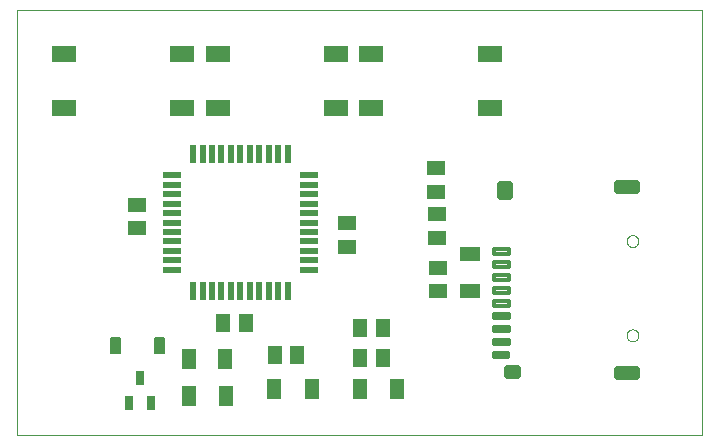
<source format=gtp>
G75*
%MOIN*%
%OFA0B0*%
%FSLAX25Y25*%
%IPPOS*%
%LPD*%
%AMOC8*
5,1,8,0,0,1.08239X$1,22.5*
%
%ADD10C,0.00000*%
%ADD11R,0.05118X0.05906*%
%ADD12R,0.05906X0.01969*%
%ADD13R,0.01969X0.05906*%
%ADD14R,0.06299X0.05118*%
%ADD15C,0.00540*%
%ADD16R,0.05000X0.07000*%
%ADD17R,0.05118X0.07087*%
%ADD18R,0.05906X0.05118*%
%ADD19R,0.07087X0.05118*%
%ADD20R,0.08268X0.05512*%
%ADD21C,0.01378*%
%ADD22C,0.02756*%
%ADD23C,0.02362*%
%ADD24R,0.05118X0.06299*%
%ADD25R,0.02559X0.04921*%
D10*
X0001200Y0026800D02*
X0001200Y0168532D01*
X0229546Y0168532D01*
X0229546Y0026800D01*
X0001200Y0026800D01*
X0204349Y0060147D02*
X0204351Y0060235D01*
X0204357Y0060323D01*
X0204367Y0060411D01*
X0204381Y0060499D01*
X0204398Y0060585D01*
X0204420Y0060671D01*
X0204445Y0060755D01*
X0204475Y0060839D01*
X0204507Y0060921D01*
X0204544Y0061001D01*
X0204584Y0061080D01*
X0204628Y0061157D01*
X0204675Y0061232D01*
X0204725Y0061304D01*
X0204779Y0061375D01*
X0204835Y0061442D01*
X0204895Y0061508D01*
X0204957Y0061570D01*
X0205023Y0061630D01*
X0205090Y0061686D01*
X0205161Y0061740D01*
X0205233Y0061790D01*
X0205308Y0061837D01*
X0205385Y0061881D01*
X0205464Y0061921D01*
X0205544Y0061958D01*
X0205626Y0061990D01*
X0205710Y0062020D01*
X0205794Y0062045D01*
X0205880Y0062067D01*
X0205966Y0062084D01*
X0206054Y0062098D01*
X0206142Y0062108D01*
X0206230Y0062114D01*
X0206318Y0062116D01*
X0206406Y0062114D01*
X0206494Y0062108D01*
X0206582Y0062098D01*
X0206670Y0062084D01*
X0206756Y0062067D01*
X0206842Y0062045D01*
X0206926Y0062020D01*
X0207010Y0061990D01*
X0207092Y0061958D01*
X0207172Y0061921D01*
X0207251Y0061881D01*
X0207328Y0061837D01*
X0207403Y0061790D01*
X0207475Y0061740D01*
X0207546Y0061686D01*
X0207613Y0061630D01*
X0207679Y0061570D01*
X0207741Y0061508D01*
X0207801Y0061442D01*
X0207857Y0061375D01*
X0207911Y0061304D01*
X0207961Y0061232D01*
X0208008Y0061157D01*
X0208052Y0061080D01*
X0208092Y0061001D01*
X0208129Y0060921D01*
X0208161Y0060839D01*
X0208191Y0060755D01*
X0208216Y0060671D01*
X0208238Y0060585D01*
X0208255Y0060499D01*
X0208269Y0060411D01*
X0208279Y0060323D01*
X0208285Y0060235D01*
X0208287Y0060147D01*
X0208285Y0060059D01*
X0208279Y0059971D01*
X0208269Y0059883D01*
X0208255Y0059795D01*
X0208238Y0059709D01*
X0208216Y0059623D01*
X0208191Y0059539D01*
X0208161Y0059455D01*
X0208129Y0059373D01*
X0208092Y0059293D01*
X0208052Y0059214D01*
X0208008Y0059137D01*
X0207961Y0059062D01*
X0207911Y0058990D01*
X0207857Y0058919D01*
X0207801Y0058852D01*
X0207741Y0058786D01*
X0207679Y0058724D01*
X0207613Y0058664D01*
X0207546Y0058608D01*
X0207475Y0058554D01*
X0207403Y0058504D01*
X0207328Y0058457D01*
X0207251Y0058413D01*
X0207172Y0058373D01*
X0207092Y0058336D01*
X0207010Y0058304D01*
X0206926Y0058274D01*
X0206842Y0058249D01*
X0206756Y0058227D01*
X0206670Y0058210D01*
X0206582Y0058196D01*
X0206494Y0058186D01*
X0206406Y0058180D01*
X0206318Y0058178D01*
X0206230Y0058180D01*
X0206142Y0058186D01*
X0206054Y0058196D01*
X0205966Y0058210D01*
X0205880Y0058227D01*
X0205794Y0058249D01*
X0205710Y0058274D01*
X0205626Y0058304D01*
X0205544Y0058336D01*
X0205464Y0058373D01*
X0205385Y0058413D01*
X0205308Y0058457D01*
X0205233Y0058504D01*
X0205161Y0058554D01*
X0205090Y0058608D01*
X0205023Y0058664D01*
X0204957Y0058724D01*
X0204895Y0058786D01*
X0204835Y0058852D01*
X0204779Y0058919D01*
X0204725Y0058990D01*
X0204675Y0059062D01*
X0204628Y0059137D01*
X0204584Y0059214D01*
X0204544Y0059293D01*
X0204507Y0059373D01*
X0204475Y0059455D01*
X0204445Y0059539D01*
X0204420Y0059623D01*
X0204398Y0059709D01*
X0204381Y0059795D01*
X0204367Y0059883D01*
X0204357Y0059971D01*
X0204351Y0060059D01*
X0204349Y0060147D01*
X0204349Y0091564D02*
X0204351Y0091652D01*
X0204357Y0091740D01*
X0204367Y0091828D01*
X0204381Y0091916D01*
X0204398Y0092002D01*
X0204420Y0092088D01*
X0204445Y0092172D01*
X0204475Y0092256D01*
X0204507Y0092338D01*
X0204544Y0092418D01*
X0204584Y0092497D01*
X0204628Y0092574D01*
X0204675Y0092649D01*
X0204725Y0092721D01*
X0204779Y0092792D01*
X0204835Y0092859D01*
X0204895Y0092925D01*
X0204957Y0092987D01*
X0205023Y0093047D01*
X0205090Y0093103D01*
X0205161Y0093157D01*
X0205233Y0093207D01*
X0205308Y0093254D01*
X0205385Y0093298D01*
X0205464Y0093338D01*
X0205544Y0093375D01*
X0205626Y0093407D01*
X0205710Y0093437D01*
X0205794Y0093462D01*
X0205880Y0093484D01*
X0205966Y0093501D01*
X0206054Y0093515D01*
X0206142Y0093525D01*
X0206230Y0093531D01*
X0206318Y0093533D01*
X0206406Y0093531D01*
X0206494Y0093525D01*
X0206582Y0093515D01*
X0206670Y0093501D01*
X0206756Y0093484D01*
X0206842Y0093462D01*
X0206926Y0093437D01*
X0207010Y0093407D01*
X0207092Y0093375D01*
X0207172Y0093338D01*
X0207251Y0093298D01*
X0207328Y0093254D01*
X0207403Y0093207D01*
X0207475Y0093157D01*
X0207546Y0093103D01*
X0207613Y0093047D01*
X0207679Y0092987D01*
X0207741Y0092925D01*
X0207801Y0092859D01*
X0207857Y0092792D01*
X0207911Y0092721D01*
X0207961Y0092649D01*
X0208008Y0092574D01*
X0208052Y0092497D01*
X0208092Y0092418D01*
X0208129Y0092338D01*
X0208161Y0092256D01*
X0208191Y0092172D01*
X0208216Y0092088D01*
X0208238Y0092002D01*
X0208255Y0091916D01*
X0208269Y0091828D01*
X0208279Y0091740D01*
X0208285Y0091652D01*
X0208287Y0091564D01*
X0208285Y0091476D01*
X0208279Y0091388D01*
X0208269Y0091300D01*
X0208255Y0091212D01*
X0208238Y0091126D01*
X0208216Y0091040D01*
X0208191Y0090956D01*
X0208161Y0090872D01*
X0208129Y0090790D01*
X0208092Y0090710D01*
X0208052Y0090631D01*
X0208008Y0090554D01*
X0207961Y0090479D01*
X0207911Y0090407D01*
X0207857Y0090336D01*
X0207801Y0090269D01*
X0207741Y0090203D01*
X0207679Y0090141D01*
X0207613Y0090081D01*
X0207546Y0090025D01*
X0207475Y0089971D01*
X0207403Y0089921D01*
X0207328Y0089874D01*
X0207251Y0089830D01*
X0207172Y0089790D01*
X0207092Y0089753D01*
X0207010Y0089721D01*
X0206926Y0089691D01*
X0206842Y0089666D01*
X0206756Y0089644D01*
X0206670Y0089627D01*
X0206582Y0089613D01*
X0206494Y0089603D01*
X0206406Y0089597D01*
X0206318Y0089595D01*
X0206230Y0089597D01*
X0206142Y0089603D01*
X0206054Y0089613D01*
X0205966Y0089627D01*
X0205880Y0089644D01*
X0205794Y0089666D01*
X0205710Y0089691D01*
X0205626Y0089721D01*
X0205544Y0089753D01*
X0205464Y0089790D01*
X0205385Y0089830D01*
X0205308Y0089874D01*
X0205233Y0089921D01*
X0205161Y0089971D01*
X0205090Y0090025D01*
X0205023Y0090081D01*
X0204957Y0090141D01*
X0204895Y0090203D01*
X0204835Y0090269D01*
X0204779Y0090336D01*
X0204725Y0090407D01*
X0204675Y0090479D01*
X0204628Y0090554D01*
X0204584Y0090631D01*
X0204544Y0090710D01*
X0204507Y0090790D01*
X0204475Y0090872D01*
X0204445Y0090956D01*
X0204420Y0091040D01*
X0204398Y0091126D01*
X0204381Y0091212D01*
X0204367Y0091300D01*
X0204357Y0091388D01*
X0204351Y0091476D01*
X0204349Y0091564D01*
D11*
X0123078Y0062430D03*
X0115598Y0062430D03*
X0115609Y0052670D03*
X0123090Y0052670D03*
X0094602Y0053481D03*
X0087121Y0053481D03*
D12*
X0098424Y0081989D03*
X0098424Y0085139D03*
X0098424Y0088288D03*
X0098424Y0091438D03*
X0098424Y0094587D03*
X0098424Y0097737D03*
X0098424Y0100887D03*
X0098424Y0104036D03*
X0098424Y0107186D03*
X0098424Y0110336D03*
X0098424Y0113485D03*
X0052755Y0113485D03*
X0052755Y0110336D03*
X0052755Y0107186D03*
X0052755Y0104036D03*
X0052755Y0100887D03*
X0052755Y0097737D03*
X0052755Y0094587D03*
X0052755Y0091438D03*
X0052755Y0088288D03*
X0052755Y0085139D03*
X0052755Y0081989D03*
D13*
X0059842Y0074902D03*
X0062991Y0074902D03*
X0066141Y0074902D03*
X0069291Y0074902D03*
X0072440Y0074902D03*
X0075590Y0074902D03*
X0078739Y0074902D03*
X0081889Y0074902D03*
X0085039Y0074902D03*
X0088188Y0074902D03*
X0091338Y0074902D03*
X0091338Y0120572D03*
X0088188Y0120572D03*
X0085039Y0120572D03*
X0081889Y0120572D03*
X0078739Y0120572D03*
X0075590Y0120572D03*
X0072440Y0120572D03*
X0069291Y0120572D03*
X0066141Y0120572D03*
X0062991Y0120572D03*
X0059842Y0120572D03*
D14*
X0041200Y0103737D03*
X0041200Y0095863D03*
X0111259Y0097485D03*
X0111259Y0089611D03*
X0141125Y0092674D03*
X0141125Y0100548D03*
X0140980Y0107918D03*
X0140980Y0115792D03*
D15*
X0050289Y0059217D02*
X0047229Y0059217D01*
X0050289Y0059217D02*
X0050289Y0054257D01*
X0047229Y0054257D01*
X0047229Y0059217D01*
X0047229Y0054796D02*
X0050289Y0054796D01*
X0050289Y0055335D02*
X0047229Y0055335D01*
X0047229Y0055874D02*
X0050289Y0055874D01*
X0050289Y0056413D02*
X0047229Y0056413D01*
X0047229Y0056952D02*
X0050289Y0056952D01*
X0050289Y0057491D02*
X0047229Y0057491D01*
X0047229Y0058030D02*
X0050289Y0058030D01*
X0050289Y0058569D02*
X0047229Y0058569D01*
X0047229Y0059108D02*
X0050289Y0059108D01*
X0035454Y0059217D02*
X0032394Y0059217D01*
X0035454Y0059217D02*
X0035454Y0054257D01*
X0032394Y0054257D01*
X0032394Y0059217D01*
X0032394Y0054796D02*
X0035454Y0054796D01*
X0035454Y0055335D02*
X0032394Y0055335D01*
X0032394Y0055874D02*
X0035454Y0055874D01*
X0035454Y0056413D02*
X0032394Y0056413D01*
X0032394Y0056952D02*
X0035454Y0056952D01*
X0035454Y0057491D02*
X0032394Y0057491D01*
X0032394Y0058030D02*
X0035454Y0058030D01*
X0035454Y0058569D02*
X0032394Y0058569D01*
X0032394Y0059108D02*
X0035454Y0059108D01*
D16*
X0086973Y0042410D03*
X0099420Y0042410D03*
X0115418Y0042190D03*
X0127865Y0042190D03*
D17*
X0070908Y0040052D03*
X0058634Y0040052D03*
X0058323Y0052300D03*
X0070597Y0052300D03*
D18*
X0141511Y0074989D03*
X0141511Y0082469D03*
D19*
X0151995Y0087347D03*
X0151995Y0075073D03*
D20*
X0158680Y0136052D03*
X0158680Y0153769D03*
X0119310Y0153769D03*
X0107499Y0153769D03*
X0107499Y0136052D03*
X0119310Y0136052D03*
X0068129Y0136052D03*
X0056318Y0136052D03*
X0056318Y0153769D03*
X0068129Y0153769D03*
X0016948Y0153769D03*
X0016948Y0136052D03*
D21*
X0160157Y0088788D02*
X0165077Y0088788D01*
X0165077Y0087410D01*
X0160157Y0087410D01*
X0160157Y0088788D01*
X0160157Y0088787D02*
X0165077Y0088787D01*
X0165077Y0084458D02*
X0160157Y0084458D01*
X0165077Y0084458D02*
X0165077Y0083080D01*
X0160157Y0083080D01*
X0160157Y0084458D01*
X0160157Y0084457D02*
X0165077Y0084457D01*
X0165077Y0078749D02*
X0160157Y0078749D01*
X0160157Y0080127D01*
X0165077Y0080127D01*
X0165077Y0078749D01*
X0165077Y0080126D02*
X0160157Y0080126D01*
X0160157Y0075796D02*
X0165077Y0075796D01*
X0165077Y0074418D01*
X0160157Y0074418D01*
X0160157Y0075796D01*
X0160157Y0075795D02*
X0165077Y0075795D01*
X0165077Y0071465D02*
X0160157Y0071465D01*
X0165077Y0071465D02*
X0165077Y0070087D01*
X0160157Y0070087D01*
X0160157Y0071465D01*
X0160157Y0071464D02*
X0165077Y0071464D01*
X0165077Y0067135D02*
X0160157Y0067135D01*
X0165077Y0067135D02*
X0165077Y0065757D01*
X0160157Y0065757D01*
X0160157Y0067135D01*
X0160157Y0067134D02*
X0165077Y0067134D01*
X0165077Y0062804D02*
X0160157Y0062804D01*
X0165077Y0062804D02*
X0165077Y0061426D01*
X0160157Y0061426D01*
X0160157Y0062804D01*
X0160157Y0062803D02*
X0165077Y0062803D01*
X0165077Y0057095D02*
X0160157Y0057095D01*
X0160157Y0058473D01*
X0165077Y0058473D01*
X0165077Y0057095D01*
X0165077Y0058472D02*
X0160157Y0058472D01*
X0160059Y0054143D02*
X0164979Y0054143D01*
X0164979Y0052765D01*
X0160059Y0052765D01*
X0160059Y0054143D01*
X0160059Y0054142D02*
X0164979Y0054142D01*
D22*
X0165176Y0106663D02*
X0165176Y0110205D01*
X0165176Y0106663D02*
X0162420Y0106663D01*
X0162420Y0110205D01*
X0165176Y0110205D01*
X0165176Y0109418D02*
X0162420Y0109418D01*
D23*
X0207499Y0108434D02*
X0207499Y0110796D01*
X0207499Y0108434D02*
X0201201Y0108434D01*
X0201201Y0110796D01*
X0207499Y0110796D01*
X0207499Y0110795D02*
X0201201Y0110795D01*
X0207499Y0048887D02*
X0207499Y0046525D01*
X0201201Y0046525D01*
X0201201Y0048887D01*
X0207499Y0048887D01*
X0207499Y0048886D02*
X0201201Y0048886D01*
X0167736Y0049280D02*
X0167736Y0046918D01*
X0164586Y0046918D01*
X0164586Y0049280D01*
X0167736Y0049280D01*
X0167736Y0049279D02*
X0164586Y0049279D01*
D24*
X0077637Y0064300D03*
X0069763Y0064300D03*
D25*
X0042200Y0045934D03*
X0038460Y0037666D03*
X0045940Y0037666D03*
M02*

</source>
